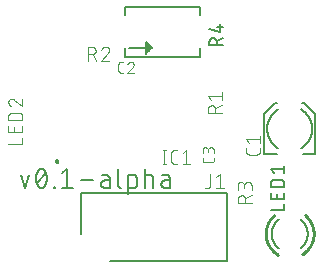
<source format=gbr>
G04 EAGLE Gerber X2 export*
%TF.Part,Single*%
%TF.FileFunction,Legend,Top,1*%
%TF.FilePolarity,Positive*%
%TF.GenerationSoftware,Autodesk,EAGLE,9.1.0*%
%TF.CreationDate,2018-08-16T10:41:46Z*%
G75*
%MOMM*%
%FSLAX34Y34*%
%LPD*%
%AMOC8*
5,1,8,0,0,1.08239X$1,22.5*%
G01*
%ADD10C,0.152400*%
%ADD11C,0.203200*%
%ADD12C,0.101600*%
%ADD13C,0.076200*%
%ADD14C,0.200000*%
%ADD15C,0.254000*%
%ADD16C,0.127000*%
%ADD17C,0.200000*%


D10*
X19812Y87799D02*
X23424Y76962D01*
X27037Y87799D01*
X32977Y85090D02*
X32981Y85410D01*
X32992Y85729D01*
X33011Y86049D01*
X33038Y86367D01*
X33072Y86685D01*
X33114Y87002D01*
X33164Y87318D01*
X33221Y87633D01*
X33285Y87946D01*
X33357Y88258D01*
X33436Y88568D01*
X33523Y88875D01*
X33617Y89181D01*
X33718Y89484D01*
X33827Y89785D01*
X33942Y90083D01*
X34065Y90379D01*
X34195Y90671D01*
X34332Y90960D01*
X34332Y90961D02*
X34371Y91069D01*
X34414Y91176D01*
X34460Y91281D01*
X34511Y91385D01*
X34564Y91487D01*
X34621Y91587D01*
X34682Y91685D01*
X34746Y91780D01*
X34813Y91874D01*
X34884Y91965D01*
X34957Y92054D01*
X35034Y92140D01*
X35113Y92223D01*
X35195Y92304D01*
X35280Y92382D01*
X35368Y92456D01*
X35458Y92528D01*
X35550Y92596D01*
X35645Y92662D01*
X35742Y92724D01*
X35841Y92782D01*
X35943Y92838D01*
X36045Y92889D01*
X36150Y92937D01*
X36256Y92982D01*
X36364Y93023D01*
X36473Y93060D01*
X36583Y93093D01*
X36695Y93122D01*
X36807Y93148D01*
X36920Y93170D01*
X37034Y93187D01*
X37148Y93201D01*
X37263Y93211D01*
X37378Y93217D01*
X37493Y93219D01*
X37493Y93218D02*
X37608Y93216D01*
X37723Y93210D01*
X37838Y93200D01*
X37952Y93186D01*
X38066Y93169D01*
X38179Y93147D01*
X38291Y93121D01*
X38403Y93092D01*
X38513Y93059D01*
X38622Y93022D01*
X38730Y92981D01*
X38836Y92936D01*
X38941Y92888D01*
X39043Y92837D01*
X39144Y92781D01*
X39244Y92723D01*
X39341Y92661D01*
X39435Y92596D01*
X39528Y92527D01*
X39618Y92455D01*
X39706Y92381D01*
X39791Y92303D01*
X39873Y92222D01*
X39952Y92139D01*
X40029Y92053D01*
X40102Y91964D01*
X40173Y91873D01*
X40240Y91779D01*
X40304Y91684D01*
X40365Y91586D01*
X40422Y91486D01*
X40475Y91384D01*
X40526Y91280D01*
X40572Y91175D01*
X40615Y91068D01*
X40654Y90960D01*
X40653Y90960D02*
X40790Y90671D01*
X40920Y90379D01*
X41043Y90083D01*
X41158Y89785D01*
X41267Y89484D01*
X41368Y89181D01*
X41462Y88875D01*
X41549Y88568D01*
X41628Y88258D01*
X41700Y87946D01*
X41764Y87633D01*
X41821Y87318D01*
X41871Y87002D01*
X41913Y86685D01*
X41947Y86367D01*
X41974Y86049D01*
X41993Y85729D01*
X42004Y85410D01*
X42008Y85090D01*
X32977Y85090D02*
X32981Y84770D01*
X32992Y84451D01*
X33011Y84131D01*
X33038Y83813D01*
X33072Y83495D01*
X33114Y83178D01*
X33164Y82862D01*
X33221Y82547D01*
X33285Y82234D01*
X33357Y81922D01*
X33436Y81612D01*
X33523Y81305D01*
X33617Y80999D01*
X33718Y80696D01*
X33827Y80395D01*
X33942Y80097D01*
X34065Y79801D01*
X34195Y79509D01*
X34332Y79220D01*
X34371Y79112D01*
X34414Y79005D01*
X34460Y78900D01*
X34511Y78796D01*
X34564Y78694D01*
X34621Y78594D01*
X34682Y78496D01*
X34746Y78401D01*
X34813Y78307D01*
X34884Y78216D01*
X34957Y78127D01*
X35034Y78041D01*
X35113Y77958D01*
X35195Y77877D01*
X35280Y77799D01*
X35368Y77725D01*
X35458Y77653D01*
X35551Y77584D01*
X35645Y77519D01*
X35742Y77457D01*
X35842Y77399D01*
X35943Y77343D01*
X36045Y77292D01*
X36150Y77244D01*
X36256Y77199D01*
X36364Y77158D01*
X36473Y77121D01*
X36583Y77088D01*
X36695Y77059D01*
X36807Y77033D01*
X36920Y77011D01*
X37034Y76994D01*
X37148Y76980D01*
X37263Y76970D01*
X37378Y76964D01*
X37493Y76962D01*
X40653Y79220D02*
X40790Y79509D01*
X40920Y79801D01*
X41043Y80097D01*
X41158Y80395D01*
X41267Y80696D01*
X41368Y80999D01*
X41462Y81305D01*
X41549Y81612D01*
X41628Y81922D01*
X41700Y82234D01*
X41764Y82547D01*
X41821Y82862D01*
X41871Y83178D01*
X41913Y83495D01*
X41947Y83813D01*
X41974Y84131D01*
X41993Y84451D01*
X42004Y84770D01*
X42008Y85090D01*
X40654Y79220D02*
X40615Y79112D01*
X40572Y79005D01*
X40526Y78900D01*
X40475Y78796D01*
X40422Y78694D01*
X40365Y78594D01*
X40304Y78496D01*
X40240Y78401D01*
X40173Y78307D01*
X40102Y78216D01*
X40029Y78127D01*
X39952Y78041D01*
X39873Y77958D01*
X39791Y77877D01*
X39706Y77799D01*
X39618Y77725D01*
X39528Y77653D01*
X39435Y77584D01*
X39341Y77519D01*
X39244Y77457D01*
X39144Y77399D01*
X39043Y77343D01*
X38940Y77292D01*
X38836Y77244D01*
X38730Y77199D01*
X38622Y77158D01*
X38513Y77121D01*
X38403Y77088D01*
X38291Y77059D01*
X38179Y77033D01*
X38066Y77011D01*
X37952Y76994D01*
X37838Y76980D01*
X37723Y76970D01*
X37608Y76964D01*
X37493Y76962D01*
X33880Y80574D02*
X41105Y89606D01*
X47983Y77865D02*
X47983Y76962D01*
X47983Y77865D02*
X48886Y77865D01*
X48886Y76962D01*
X47983Y76962D01*
X54861Y89606D02*
X59376Y93218D01*
X59376Y76962D01*
X54861Y76962D02*
X63892Y76962D01*
X70631Y83284D02*
X81468Y83284D01*
X91156Y83284D02*
X95220Y83284D01*
X91156Y83284D02*
X91044Y83282D01*
X90933Y83276D01*
X90822Y83266D01*
X90711Y83253D01*
X90601Y83235D01*
X90492Y83213D01*
X90383Y83188D01*
X90275Y83159D01*
X90169Y83126D01*
X90063Y83089D01*
X89959Y83049D01*
X89857Y83005D01*
X89756Y82957D01*
X89657Y82906D01*
X89559Y82851D01*
X89464Y82793D01*
X89371Y82732D01*
X89280Y82667D01*
X89191Y82599D01*
X89105Y82528D01*
X89022Y82455D01*
X88941Y82378D01*
X88862Y82298D01*
X88787Y82216D01*
X88715Y82131D01*
X88645Y82044D01*
X88579Y81954D01*
X88516Y81862D01*
X88456Y81767D01*
X88400Y81671D01*
X88347Y81573D01*
X88298Y81473D01*
X88252Y81371D01*
X88210Y81268D01*
X88171Y81163D01*
X88136Y81057D01*
X88105Y80950D01*
X88078Y80842D01*
X88054Y80733D01*
X88035Y80623D01*
X88019Y80513D01*
X88007Y80402D01*
X87999Y80290D01*
X87995Y80179D01*
X87995Y80067D01*
X87999Y79956D01*
X88007Y79844D01*
X88019Y79733D01*
X88035Y79623D01*
X88054Y79513D01*
X88078Y79404D01*
X88105Y79296D01*
X88136Y79189D01*
X88171Y79083D01*
X88210Y78978D01*
X88252Y78875D01*
X88298Y78773D01*
X88347Y78673D01*
X88400Y78575D01*
X88456Y78479D01*
X88516Y78384D01*
X88579Y78292D01*
X88645Y78202D01*
X88715Y78115D01*
X88787Y78030D01*
X88862Y77948D01*
X88941Y77868D01*
X89022Y77791D01*
X89105Y77718D01*
X89191Y77647D01*
X89280Y77579D01*
X89371Y77514D01*
X89464Y77453D01*
X89559Y77395D01*
X89657Y77340D01*
X89756Y77289D01*
X89857Y77241D01*
X89959Y77197D01*
X90063Y77157D01*
X90169Y77120D01*
X90275Y77087D01*
X90383Y77058D01*
X90492Y77033D01*
X90601Y77011D01*
X90711Y76993D01*
X90822Y76980D01*
X90933Y76970D01*
X91044Y76964D01*
X91156Y76962D01*
X95220Y76962D01*
X95220Y85090D01*
X95218Y85191D01*
X95212Y85292D01*
X95203Y85393D01*
X95190Y85494D01*
X95173Y85594D01*
X95152Y85693D01*
X95128Y85791D01*
X95100Y85888D01*
X95068Y85985D01*
X95033Y86080D01*
X94994Y86173D01*
X94952Y86265D01*
X94906Y86356D01*
X94857Y86445D01*
X94805Y86531D01*
X94749Y86616D01*
X94691Y86699D01*
X94629Y86779D01*
X94564Y86857D01*
X94497Y86933D01*
X94427Y87006D01*
X94354Y87076D01*
X94278Y87143D01*
X94200Y87208D01*
X94120Y87270D01*
X94037Y87328D01*
X93952Y87384D01*
X93866Y87436D01*
X93777Y87485D01*
X93686Y87531D01*
X93594Y87573D01*
X93501Y87612D01*
X93406Y87647D01*
X93309Y87679D01*
X93212Y87707D01*
X93114Y87731D01*
X93015Y87752D01*
X92915Y87769D01*
X92814Y87782D01*
X92713Y87791D01*
X92612Y87797D01*
X92511Y87799D01*
X88898Y87799D01*
X102373Y93218D02*
X102373Y79671D01*
X102374Y79671D02*
X102376Y79570D01*
X102382Y79469D01*
X102391Y79368D01*
X102404Y79267D01*
X102421Y79167D01*
X102442Y79068D01*
X102466Y78970D01*
X102494Y78873D01*
X102526Y78776D01*
X102561Y78681D01*
X102600Y78588D01*
X102642Y78496D01*
X102688Y78405D01*
X102737Y78317D01*
X102789Y78230D01*
X102845Y78145D01*
X102903Y78062D01*
X102965Y77982D01*
X103030Y77904D01*
X103097Y77828D01*
X103167Y77755D01*
X103240Y77685D01*
X103316Y77618D01*
X103394Y77553D01*
X103474Y77491D01*
X103557Y77433D01*
X103642Y77377D01*
X103729Y77325D01*
X103817Y77276D01*
X103908Y77230D01*
X104000Y77188D01*
X104093Y77149D01*
X104188Y77114D01*
X104285Y77082D01*
X104382Y77054D01*
X104480Y77030D01*
X104579Y77009D01*
X104679Y76992D01*
X104780Y76979D01*
X104881Y76970D01*
X104982Y76964D01*
X105083Y76962D01*
X111067Y71543D02*
X111067Y87799D01*
X115583Y87799D01*
X115687Y87797D01*
X115790Y87791D01*
X115894Y87781D01*
X115997Y87767D01*
X116099Y87749D01*
X116200Y87728D01*
X116301Y87702D01*
X116400Y87673D01*
X116499Y87640D01*
X116596Y87603D01*
X116691Y87562D01*
X116785Y87518D01*
X116877Y87470D01*
X116967Y87419D01*
X117056Y87364D01*
X117142Y87306D01*
X117225Y87244D01*
X117307Y87180D01*
X117385Y87112D01*
X117461Y87042D01*
X117535Y86969D01*
X117605Y86892D01*
X117673Y86814D01*
X117737Y86732D01*
X117799Y86649D01*
X117857Y86563D01*
X117912Y86474D01*
X117963Y86384D01*
X118011Y86292D01*
X118055Y86198D01*
X118096Y86103D01*
X118133Y86006D01*
X118166Y85907D01*
X118195Y85808D01*
X118221Y85707D01*
X118242Y85606D01*
X118260Y85504D01*
X118274Y85401D01*
X118284Y85297D01*
X118290Y85194D01*
X118292Y85090D01*
X118292Y79671D01*
X118290Y79570D01*
X118284Y79469D01*
X118275Y79368D01*
X118262Y79267D01*
X118245Y79167D01*
X118224Y79068D01*
X118200Y78970D01*
X118172Y78873D01*
X118140Y78776D01*
X118105Y78681D01*
X118066Y78588D01*
X118024Y78496D01*
X117978Y78405D01*
X117929Y78316D01*
X117877Y78230D01*
X117821Y78145D01*
X117763Y78062D01*
X117701Y77982D01*
X117636Y77904D01*
X117569Y77828D01*
X117499Y77755D01*
X117426Y77685D01*
X117350Y77618D01*
X117272Y77553D01*
X117192Y77491D01*
X117109Y77433D01*
X117024Y77377D01*
X116937Y77325D01*
X116849Y77276D01*
X116758Y77230D01*
X116666Y77188D01*
X116573Y77149D01*
X116478Y77114D01*
X116381Y77082D01*
X116284Y77054D01*
X116186Y77030D01*
X116087Y77009D01*
X115987Y76992D01*
X115886Y76979D01*
X115785Y76970D01*
X115684Y76964D01*
X115583Y76962D01*
X111067Y76962D01*
X125062Y76962D02*
X125062Y93218D01*
X125062Y87799D02*
X129578Y87799D01*
X129682Y87797D01*
X129785Y87791D01*
X129889Y87781D01*
X129992Y87767D01*
X130094Y87749D01*
X130195Y87728D01*
X130296Y87702D01*
X130395Y87673D01*
X130494Y87640D01*
X130591Y87603D01*
X130686Y87562D01*
X130780Y87518D01*
X130872Y87470D01*
X130962Y87419D01*
X131051Y87364D01*
X131137Y87306D01*
X131220Y87244D01*
X131302Y87180D01*
X131380Y87112D01*
X131456Y87042D01*
X131530Y86969D01*
X131600Y86892D01*
X131668Y86814D01*
X131732Y86732D01*
X131794Y86649D01*
X131852Y86563D01*
X131907Y86474D01*
X131958Y86384D01*
X132006Y86292D01*
X132050Y86198D01*
X132091Y86103D01*
X132128Y86006D01*
X132161Y85907D01*
X132190Y85808D01*
X132216Y85707D01*
X132237Y85606D01*
X132255Y85504D01*
X132269Y85401D01*
X132279Y85297D01*
X132285Y85194D01*
X132287Y85090D01*
X132287Y76962D01*
X142218Y83284D02*
X146282Y83284D01*
X142218Y83284D02*
X142106Y83282D01*
X141995Y83276D01*
X141884Y83266D01*
X141773Y83253D01*
X141663Y83235D01*
X141554Y83213D01*
X141445Y83188D01*
X141337Y83159D01*
X141231Y83126D01*
X141125Y83089D01*
X141021Y83049D01*
X140919Y83005D01*
X140818Y82957D01*
X140719Y82906D01*
X140621Y82851D01*
X140526Y82793D01*
X140433Y82732D01*
X140342Y82667D01*
X140253Y82599D01*
X140167Y82528D01*
X140084Y82455D01*
X140003Y82378D01*
X139924Y82298D01*
X139849Y82216D01*
X139777Y82131D01*
X139707Y82044D01*
X139641Y81954D01*
X139578Y81862D01*
X139518Y81767D01*
X139462Y81671D01*
X139409Y81573D01*
X139360Y81473D01*
X139314Y81371D01*
X139272Y81268D01*
X139233Y81163D01*
X139198Y81057D01*
X139167Y80950D01*
X139140Y80842D01*
X139116Y80733D01*
X139097Y80623D01*
X139081Y80513D01*
X139069Y80402D01*
X139061Y80290D01*
X139057Y80179D01*
X139057Y80067D01*
X139061Y79956D01*
X139069Y79844D01*
X139081Y79733D01*
X139097Y79623D01*
X139116Y79513D01*
X139140Y79404D01*
X139167Y79296D01*
X139198Y79189D01*
X139233Y79083D01*
X139272Y78978D01*
X139314Y78875D01*
X139360Y78773D01*
X139409Y78673D01*
X139462Y78575D01*
X139518Y78479D01*
X139578Y78384D01*
X139641Y78292D01*
X139707Y78202D01*
X139777Y78115D01*
X139849Y78030D01*
X139924Y77948D01*
X140003Y77868D01*
X140084Y77791D01*
X140167Y77718D01*
X140253Y77647D01*
X140342Y77579D01*
X140433Y77514D01*
X140526Y77453D01*
X140621Y77395D01*
X140719Y77340D01*
X140818Y77289D01*
X140919Y77241D01*
X141021Y77197D01*
X141125Y77157D01*
X141231Y77120D01*
X141337Y77087D01*
X141445Y77058D01*
X141554Y77033D01*
X141663Y77011D01*
X141773Y76993D01*
X141884Y76980D01*
X141995Y76970D01*
X142106Y76964D01*
X142218Y76962D01*
X146282Y76962D01*
X146282Y85090D01*
X146280Y85191D01*
X146274Y85292D01*
X146265Y85393D01*
X146252Y85494D01*
X146235Y85594D01*
X146214Y85693D01*
X146190Y85791D01*
X146162Y85888D01*
X146130Y85985D01*
X146095Y86080D01*
X146056Y86173D01*
X146014Y86265D01*
X145968Y86356D01*
X145919Y86445D01*
X145867Y86531D01*
X145811Y86616D01*
X145753Y86699D01*
X145691Y86779D01*
X145626Y86857D01*
X145559Y86933D01*
X145489Y87006D01*
X145416Y87076D01*
X145340Y87143D01*
X145262Y87208D01*
X145182Y87270D01*
X145099Y87328D01*
X145014Y87384D01*
X144928Y87436D01*
X144839Y87485D01*
X144748Y87531D01*
X144656Y87573D01*
X144563Y87612D01*
X144468Y87647D01*
X144371Y87679D01*
X144274Y87707D01*
X144176Y87731D01*
X144077Y87752D01*
X143977Y87769D01*
X143876Y87782D01*
X143775Y87791D01*
X143674Y87797D01*
X143573Y87799D01*
X139960Y87799D01*
D11*
X269150Y105500D02*
X269150Y139500D01*
X269150Y105500D02*
X258650Y105500D01*
X236650Y105500D02*
X226150Y105500D01*
X226150Y139500D01*
X235150Y148500D02*
X236650Y148500D01*
X258150Y148500D02*
X260150Y148500D01*
X269150Y139500D01*
X235150Y148500D02*
X226150Y139500D01*
X257150Y143500D02*
X257549Y143263D01*
X257943Y143017D01*
X258330Y142761D01*
X258711Y142496D01*
X259086Y142222D01*
X259453Y141939D01*
X259814Y141646D01*
X260168Y141346D01*
X260514Y141036D01*
X260852Y140718D01*
X261182Y140392D01*
X261505Y140059D01*
X261819Y139717D01*
X262125Y139368D01*
X262422Y139011D01*
X262711Y138647D01*
X262990Y138277D01*
X263260Y137899D01*
X263521Y137516D01*
X263773Y137126D01*
X264015Y136730D01*
X264248Y136328D01*
X264470Y135920D01*
X264682Y135508D01*
X264885Y135090D01*
X265077Y134667D01*
X265259Y134240D01*
X265430Y133809D01*
X265591Y133373D01*
X265741Y132934D01*
X265880Y132491D01*
X266008Y132045D01*
X266126Y131596D01*
X266232Y131144D01*
X266328Y130690D01*
X266412Y130234D01*
X266486Y129775D01*
X266548Y129315D01*
X266599Y128854D01*
X266638Y128391D01*
X266666Y127928D01*
X266683Y127464D01*
X266689Y127000D01*
X266683Y126536D01*
X266666Y126072D01*
X266638Y125609D01*
X266599Y125146D01*
X266548Y124685D01*
X266486Y124225D01*
X266412Y123766D01*
X266328Y123310D01*
X266232Y122856D01*
X266126Y122404D01*
X266008Y121955D01*
X265880Y121509D01*
X265741Y121066D01*
X265591Y120627D01*
X265430Y120191D01*
X265259Y119760D01*
X265077Y119333D01*
X264885Y118910D01*
X264682Y118492D01*
X264470Y118080D01*
X264248Y117672D01*
X264015Y117270D01*
X263773Y116874D01*
X263521Y116484D01*
X263260Y116101D01*
X262990Y115723D01*
X262711Y115353D01*
X262422Y114989D01*
X262125Y114632D01*
X261819Y114283D01*
X261505Y113941D01*
X261182Y113608D01*
X260852Y113282D01*
X260514Y112964D01*
X260168Y112654D01*
X259814Y112354D01*
X259453Y112061D01*
X259086Y111778D01*
X258711Y111504D01*
X258330Y111239D01*
X257943Y110983D01*
X257549Y110737D01*
X257150Y110500D01*
X238150Y110500D02*
X237751Y110737D01*
X237357Y110983D01*
X236970Y111239D01*
X236589Y111504D01*
X236214Y111778D01*
X235847Y112061D01*
X235486Y112354D01*
X235132Y112654D01*
X234786Y112964D01*
X234448Y113282D01*
X234118Y113608D01*
X233795Y113941D01*
X233481Y114283D01*
X233175Y114632D01*
X232878Y114989D01*
X232589Y115353D01*
X232310Y115723D01*
X232040Y116101D01*
X231779Y116484D01*
X231527Y116874D01*
X231285Y117270D01*
X231052Y117672D01*
X230830Y118080D01*
X230618Y118492D01*
X230415Y118910D01*
X230223Y119333D01*
X230041Y119760D01*
X229870Y120191D01*
X229709Y120627D01*
X229559Y121066D01*
X229420Y121509D01*
X229292Y121955D01*
X229174Y122404D01*
X229068Y122856D01*
X228972Y123310D01*
X228888Y123766D01*
X228814Y124225D01*
X228752Y124685D01*
X228701Y125146D01*
X228662Y125609D01*
X228634Y126072D01*
X228617Y126536D01*
X228611Y127000D01*
X228617Y127464D01*
X228634Y127928D01*
X228662Y128391D01*
X228701Y128854D01*
X228752Y129315D01*
X228814Y129775D01*
X228888Y130234D01*
X228972Y130690D01*
X229068Y131144D01*
X229174Y131596D01*
X229292Y132045D01*
X229420Y132491D01*
X229559Y132934D01*
X229709Y133373D01*
X229870Y133809D01*
X230041Y134240D01*
X230223Y134667D01*
X230415Y135090D01*
X230618Y135508D01*
X230830Y135920D01*
X231052Y136328D01*
X231285Y136730D01*
X231527Y137126D01*
X231779Y137516D01*
X232040Y137899D01*
X232310Y138277D01*
X232589Y138647D01*
X232878Y139011D01*
X233175Y139368D01*
X233481Y139717D01*
X233795Y140059D01*
X234118Y140392D01*
X234448Y140718D01*
X234786Y141036D01*
X235132Y141346D01*
X235486Y141646D01*
X235847Y141939D01*
X236214Y142222D01*
X236589Y142496D01*
X236970Y142761D01*
X237357Y143017D01*
X237751Y143263D01*
X238150Y143500D01*
D12*
X222342Y110301D02*
X222342Y107704D01*
X222340Y107605D01*
X222334Y107505D01*
X222325Y107406D01*
X222312Y107308D01*
X222295Y107210D01*
X222274Y107112D01*
X222249Y107016D01*
X222221Y106921D01*
X222189Y106827D01*
X222154Y106734D01*
X222115Y106642D01*
X222072Y106552D01*
X222027Y106464D01*
X221977Y106377D01*
X221925Y106293D01*
X221869Y106210D01*
X221811Y106130D01*
X221749Y106052D01*
X221684Y105977D01*
X221616Y105904D01*
X221546Y105834D01*
X221473Y105766D01*
X221398Y105701D01*
X221320Y105639D01*
X221240Y105581D01*
X221157Y105525D01*
X221073Y105473D01*
X220986Y105423D01*
X220898Y105378D01*
X220808Y105335D01*
X220716Y105296D01*
X220623Y105261D01*
X220529Y105229D01*
X220434Y105201D01*
X220338Y105176D01*
X220240Y105155D01*
X220142Y105138D01*
X220044Y105125D01*
X219945Y105116D01*
X219845Y105110D01*
X219746Y105108D01*
X213254Y105108D01*
X213155Y105110D01*
X213055Y105116D01*
X212956Y105125D01*
X212858Y105138D01*
X212760Y105156D01*
X212662Y105176D01*
X212566Y105201D01*
X212470Y105229D01*
X212376Y105261D01*
X212283Y105296D01*
X212192Y105335D01*
X212102Y105378D01*
X212013Y105423D01*
X211927Y105473D01*
X211842Y105525D01*
X211760Y105581D01*
X211680Y105640D01*
X211602Y105701D01*
X211526Y105766D01*
X211453Y105834D01*
X211383Y105904D01*
X211315Y105977D01*
X211250Y106053D01*
X211189Y106131D01*
X211130Y106211D01*
X211074Y106293D01*
X211022Y106378D01*
X210973Y106464D01*
X210927Y106553D01*
X210884Y106643D01*
X210845Y106734D01*
X210810Y106827D01*
X210778Y106921D01*
X210750Y107017D01*
X210725Y107113D01*
X210705Y107211D01*
X210687Y107309D01*
X210674Y107407D01*
X210665Y107506D01*
X210659Y107605D01*
X210657Y107705D01*
X210658Y107704D02*
X210658Y110301D01*
X213254Y114666D02*
X210658Y117912D01*
X222342Y117912D01*
X222342Y121157D02*
X222342Y114666D01*
D13*
X106879Y174221D02*
X104791Y174221D01*
X104702Y174223D01*
X104614Y174229D01*
X104526Y174238D01*
X104438Y174251D01*
X104351Y174268D01*
X104265Y174288D01*
X104180Y174313D01*
X104095Y174340D01*
X104012Y174372D01*
X103931Y174406D01*
X103851Y174445D01*
X103773Y174486D01*
X103696Y174531D01*
X103622Y174579D01*
X103549Y174630D01*
X103479Y174684D01*
X103412Y174742D01*
X103346Y174802D01*
X103284Y174864D01*
X103224Y174930D01*
X103166Y174997D01*
X103112Y175067D01*
X103061Y175140D01*
X103013Y175214D01*
X102968Y175291D01*
X102927Y175369D01*
X102888Y175449D01*
X102854Y175530D01*
X102822Y175613D01*
X102795Y175698D01*
X102770Y175783D01*
X102750Y175869D01*
X102733Y175956D01*
X102720Y176044D01*
X102711Y176132D01*
X102705Y176220D01*
X102703Y176309D01*
X102702Y176309D02*
X102702Y181531D01*
X102703Y181531D02*
X102705Y181622D01*
X102711Y181713D01*
X102721Y181804D01*
X102735Y181894D01*
X102752Y181983D01*
X102774Y182071D01*
X102800Y182159D01*
X102829Y182245D01*
X102862Y182330D01*
X102899Y182413D01*
X102939Y182495D01*
X102983Y182575D01*
X103030Y182653D01*
X103081Y182729D01*
X103134Y182802D01*
X103191Y182873D01*
X103252Y182942D01*
X103315Y183007D01*
X103380Y183070D01*
X103449Y183130D01*
X103520Y183188D01*
X103593Y183241D01*
X103669Y183292D01*
X103747Y183339D01*
X103827Y183383D01*
X103909Y183423D01*
X103992Y183460D01*
X104077Y183493D01*
X104163Y183522D01*
X104251Y183548D01*
X104339Y183570D01*
X104428Y183587D01*
X104518Y183601D01*
X104609Y183611D01*
X104700Y183617D01*
X104791Y183619D01*
X106879Y183619D01*
X113220Y183620D02*
X113315Y183618D01*
X113409Y183612D01*
X113503Y183603D01*
X113597Y183590D01*
X113690Y183573D01*
X113782Y183552D01*
X113874Y183527D01*
X113964Y183499D01*
X114053Y183467D01*
X114141Y183432D01*
X114227Y183393D01*
X114312Y183351D01*
X114395Y183305D01*
X114476Y183256D01*
X114555Y183204D01*
X114632Y183149D01*
X114706Y183090D01*
X114778Y183029D01*
X114848Y182965D01*
X114915Y182898D01*
X114979Y182828D01*
X115040Y182756D01*
X115099Y182682D01*
X115154Y182605D01*
X115206Y182526D01*
X115255Y182445D01*
X115301Y182362D01*
X115343Y182277D01*
X115382Y182191D01*
X115417Y182103D01*
X115449Y182014D01*
X115477Y181924D01*
X115502Y181832D01*
X115523Y181740D01*
X115540Y181647D01*
X115553Y181553D01*
X115562Y181459D01*
X115568Y181365D01*
X115570Y181270D01*
X113220Y183619D02*
X113112Y183617D01*
X113003Y183611D01*
X112895Y183601D01*
X112788Y183588D01*
X112681Y183570D01*
X112574Y183549D01*
X112469Y183524D01*
X112364Y183495D01*
X112261Y183463D01*
X112159Y183426D01*
X112058Y183386D01*
X111959Y183343D01*
X111861Y183296D01*
X111765Y183245D01*
X111671Y183191D01*
X111579Y183134D01*
X111489Y183073D01*
X111401Y183009D01*
X111316Y182943D01*
X111233Y182873D01*
X111153Y182800D01*
X111075Y182724D01*
X111000Y182646D01*
X110928Y182565D01*
X110859Y182481D01*
X110793Y182395D01*
X110730Y182307D01*
X110671Y182216D01*
X110614Y182124D01*
X110561Y182029D01*
X110512Y181933D01*
X110466Y181834D01*
X110423Y181735D01*
X110384Y181633D01*
X110349Y181531D01*
X114786Y179442D02*
X114855Y179511D01*
X114921Y179582D01*
X114985Y179655D01*
X115046Y179731D01*
X115104Y179810D01*
X115158Y179890D01*
X115210Y179973D01*
X115258Y180057D01*
X115304Y180143D01*
X115345Y180231D01*
X115384Y180321D01*
X115419Y180412D01*
X115450Y180504D01*
X115478Y180597D01*
X115502Y180691D01*
X115522Y180786D01*
X115539Y180882D01*
X115552Y180979D01*
X115561Y181076D01*
X115567Y181173D01*
X115569Y181270D01*
X114786Y179442D02*
X110348Y174221D01*
X115569Y174221D01*
X183629Y102529D02*
X183629Y100441D01*
X183627Y100352D01*
X183621Y100264D01*
X183612Y100176D01*
X183599Y100088D01*
X183582Y100001D01*
X183562Y99915D01*
X183537Y99830D01*
X183510Y99745D01*
X183478Y99662D01*
X183444Y99581D01*
X183405Y99501D01*
X183364Y99423D01*
X183319Y99346D01*
X183271Y99272D01*
X183220Y99199D01*
X183166Y99129D01*
X183108Y99062D01*
X183048Y98996D01*
X182986Y98934D01*
X182920Y98874D01*
X182853Y98816D01*
X182783Y98762D01*
X182710Y98711D01*
X182636Y98663D01*
X182559Y98618D01*
X182481Y98577D01*
X182401Y98538D01*
X182320Y98504D01*
X182237Y98472D01*
X182152Y98445D01*
X182067Y98420D01*
X181981Y98400D01*
X181894Y98383D01*
X181806Y98370D01*
X181718Y98361D01*
X181630Y98355D01*
X181541Y98353D01*
X181541Y98352D02*
X176319Y98352D01*
X176228Y98354D01*
X176137Y98360D01*
X176046Y98370D01*
X175956Y98384D01*
X175867Y98402D01*
X175778Y98423D01*
X175691Y98449D01*
X175605Y98478D01*
X175520Y98511D01*
X175436Y98548D01*
X175354Y98588D01*
X175275Y98632D01*
X175197Y98679D01*
X175121Y98730D01*
X175047Y98784D01*
X174976Y98841D01*
X174908Y98901D01*
X174842Y98964D01*
X174779Y99030D01*
X174719Y99098D01*
X174662Y99169D01*
X174608Y99243D01*
X174557Y99319D01*
X174510Y99396D01*
X174466Y99476D01*
X174426Y99558D01*
X174389Y99642D01*
X174356Y99726D01*
X174327Y99813D01*
X174301Y99900D01*
X174280Y99989D01*
X174262Y100078D01*
X174248Y100168D01*
X174238Y100259D01*
X174232Y100350D01*
X174230Y100441D01*
X174231Y100441D02*
X174231Y102529D01*
X183629Y105998D02*
X183629Y108608D01*
X183627Y108709D01*
X183621Y108810D01*
X183611Y108911D01*
X183598Y109011D01*
X183580Y109111D01*
X183559Y109210D01*
X183533Y109308D01*
X183504Y109405D01*
X183472Y109501D01*
X183435Y109595D01*
X183395Y109688D01*
X183351Y109780D01*
X183304Y109869D01*
X183253Y109957D01*
X183199Y110043D01*
X183142Y110126D01*
X183082Y110208D01*
X183018Y110286D01*
X182952Y110363D01*
X182882Y110436D01*
X182810Y110507D01*
X182735Y110575D01*
X182657Y110640D01*
X182577Y110702D01*
X182495Y110761D01*
X182410Y110817D01*
X182324Y110869D01*
X182235Y110918D01*
X182144Y110964D01*
X182052Y111005D01*
X181958Y111044D01*
X181863Y111078D01*
X181767Y111109D01*
X181669Y111136D01*
X181571Y111160D01*
X181471Y111179D01*
X181371Y111195D01*
X181271Y111207D01*
X181170Y111215D01*
X181069Y111219D01*
X180967Y111219D01*
X180866Y111215D01*
X180765Y111207D01*
X180665Y111195D01*
X180565Y111179D01*
X180465Y111160D01*
X180367Y111136D01*
X180269Y111109D01*
X180173Y111078D01*
X180078Y111044D01*
X179984Y111005D01*
X179892Y110964D01*
X179801Y110918D01*
X179713Y110869D01*
X179626Y110817D01*
X179541Y110761D01*
X179459Y110702D01*
X179379Y110640D01*
X179301Y110575D01*
X179226Y110507D01*
X179154Y110436D01*
X179084Y110363D01*
X179018Y110286D01*
X178954Y110208D01*
X178894Y110126D01*
X178837Y110043D01*
X178783Y109957D01*
X178732Y109869D01*
X178685Y109780D01*
X178641Y109688D01*
X178601Y109595D01*
X178564Y109501D01*
X178532Y109405D01*
X178503Y109308D01*
X178477Y109210D01*
X178456Y109111D01*
X178438Y109011D01*
X178425Y108911D01*
X178415Y108810D01*
X178409Y108709D01*
X178407Y108608D01*
X174231Y109131D02*
X174231Y105998D01*
X174231Y109131D02*
X174233Y109221D01*
X174239Y109310D01*
X174248Y109400D01*
X174262Y109489D01*
X174279Y109577D01*
X174300Y109664D01*
X174325Y109751D01*
X174354Y109836D01*
X174386Y109920D01*
X174421Y110002D01*
X174461Y110083D01*
X174503Y110162D01*
X174549Y110239D01*
X174599Y110314D01*
X174651Y110387D01*
X174707Y110458D01*
X174765Y110526D01*
X174827Y110591D01*
X174891Y110654D01*
X174958Y110714D01*
X175027Y110771D01*
X175099Y110825D01*
X175173Y110876D01*
X175249Y110924D01*
X175327Y110968D01*
X175407Y111009D01*
X175489Y111047D01*
X175572Y111081D01*
X175657Y111111D01*
X175743Y111138D01*
X175829Y111161D01*
X175917Y111180D01*
X176006Y111195D01*
X176095Y111207D01*
X176184Y111215D01*
X176274Y111219D01*
X176364Y111219D01*
X176454Y111215D01*
X176543Y111207D01*
X176632Y111195D01*
X176721Y111180D01*
X176809Y111161D01*
X176895Y111138D01*
X176981Y111111D01*
X177066Y111081D01*
X177149Y111047D01*
X177231Y111009D01*
X177311Y110968D01*
X177389Y110924D01*
X177465Y110876D01*
X177539Y110825D01*
X177611Y110771D01*
X177680Y110714D01*
X177747Y110654D01*
X177811Y110591D01*
X177873Y110526D01*
X177931Y110458D01*
X177987Y110387D01*
X178039Y110314D01*
X178089Y110239D01*
X178135Y110162D01*
X178177Y110083D01*
X178217Y110002D01*
X178252Y109920D01*
X178284Y109836D01*
X178313Y109751D01*
X178338Y109664D01*
X178359Y109577D01*
X178376Y109489D01*
X178390Y109400D01*
X178399Y109310D01*
X178405Y109221D01*
X178407Y109131D01*
X178408Y109131D02*
X178408Y107042D01*
D12*
X141506Y108712D02*
X141506Y97028D01*
X140208Y97028D02*
X142804Y97028D01*
X142804Y108712D02*
X140208Y108712D01*
X149968Y97028D02*
X152564Y97028D01*
X149968Y97028D02*
X149869Y97030D01*
X149769Y97036D01*
X149670Y97045D01*
X149572Y97058D01*
X149474Y97075D01*
X149376Y97096D01*
X149280Y97121D01*
X149185Y97149D01*
X149091Y97181D01*
X148998Y97216D01*
X148906Y97255D01*
X148816Y97298D01*
X148728Y97343D01*
X148641Y97393D01*
X148557Y97445D01*
X148474Y97501D01*
X148394Y97559D01*
X148316Y97621D01*
X148241Y97686D01*
X148168Y97754D01*
X148098Y97824D01*
X148030Y97897D01*
X147965Y97972D01*
X147903Y98050D01*
X147845Y98130D01*
X147789Y98213D01*
X147737Y98297D01*
X147687Y98384D01*
X147642Y98472D01*
X147599Y98562D01*
X147560Y98654D01*
X147525Y98747D01*
X147493Y98841D01*
X147465Y98936D01*
X147440Y99032D01*
X147419Y99130D01*
X147402Y99228D01*
X147389Y99326D01*
X147380Y99425D01*
X147374Y99525D01*
X147372Y99624D01*
X147371Y99624D02*
X147371Y106116D01*
X147372Y106116D02*
X147374Y106215D01*
X147380Y106315D01*
X147389Y106414D01*
X147402Y106512D01*
X147419Y106610D01*
X147440Y106708D01*
X147465Y106804D01*
X147493Y106899D01*
X147525Y106993D01*
X147560Y107086D01*
X147599Y107178D01*
X147642Y107268D01*
X147687Y107356D01*
X147737Y107443D01*
X147789Y107527D01*
X147845Y107610D01*
X147903Y107690D01*
X147965Y107768D01*
X148030Y107843D01*
X148098Y107916D01*
X148168Y107986D01*
X148241Y108054D01*
X148316Y108119D01*
X148394Y108181D01*
X148474Y108239D01*
X148557Y108295D01*
X148641Y108347D01*
X148728Y108397D01*
X148816Y108442D01*
X148906Y108485D01*
X148998Y108524D01*
X149090Y108559D01*
X149185Y108591D01*
X149280Y108619D01*
X149376Y108644D01*
X149474Y108665D01*
X149572Y108682D01*
X149670Y108695D01*
X149769Y108704D01*
X149869Y108710D01*
X149968Y108712D01*
X152564Y108712D01*
X156930Y106116D02*
X160175Y108712D01*
X160175Y97028D01*
X156930Y97028D02*
X163421Y97028D01*
D14*
X194750Y14600D02*
X95250Y14600D01*
X194750Y14600D02*
X194750Y72100D01*
X70750Y72100D01*
X70750Y38100D01*
D12*
X180215Y79304D02*
X180215Y88392D01*
X180215Y79304D02*
X180213Y79205D01*
X180207Y79105D01*
X180198Y79006D01*
X180185Y78908D01*
X180168Y78810D01*
X180147Y78712D01*
X180122Y78616D01*
X180094Y78521D01*
X180062Y78427D01*
X180027Y78334D01*
X179988Y78242D01*
X179945Y78152D01*
X179900Y78064D01*
X179850Y77977D01*
X179798Y77893D01*
X179742Y77810D01*
X179684Y77730D01*
X179622Y77652D01*
X179557Y77577D01*
X179489Y77504D01*
X179419Y77434D01*
X179346Y77366D01*
X179271Y77301D01*
X179193Y77239D01*
X179113Y77181D01*
X179030Y77125D01*
X178946Y77073D01*
X178859Y77023D01*
X178771Y76978D01*
X178681Y76935D01*
X178589Y76896D01*
X178496Y76861D01*
X178402Y76829D01*
X178307Y76801D01*
X178211Y76776D01*
X178113Y76755D01*
X178015Y76738D01*
X177917Y76725D01*
X177818Y76716D01*
X177718Y76710D01*
X177619Y76708D01*
X176320Y76708D01*
X185489Y85796D02*
X188734Y88392D01*
X188734Y76708D01*
X185489Y76708D02*
X191980Y76708D01*
D10*
X238792Y50501D02*
X238492Y50282D01*
X238198Y50055D01*
X237910Y49821D01*
X237627Y49580D01*
X237350Y49333D01*
X237079Y49078D01*
X236815Y48817D01*
X236557Y48550D01*
X236306Y48277D01*
X236061Y47997D01*
X235823Y47712D01*
X235593Y47421D01*
X235369Y47124D01*
X235153Y46822D01*
X234944Y46515D01*
X234743Y46203D01*
X234549Y45886D01*
X234363Y45564D01*
X234185Y45238D01*
X234015Y44908D01*
X233853Y44574D01*
X233700Y44236D01*
X233554Y43894D01*
X233417Y43549D01*
X233289Y43200D01*
X233169Y42849D01*
X233057Y42494D01*
X232955Y42137D01*
X232860Y41778D01*
X232775Y41417D01*
X232699Y41053D01*
X232631Y40688D01*
X232573Y40321D01*
X232523Y39953D01*
X232482Y39584D01*
X232451Y39214D01*
X232428Y38843D01*
X232415Y38472D01*
X232410Y38100D01*
X232415Y37728D01*
X232428Y37357D01*
X232451Y36985D01*
X232483Y36615D01*
X232523Y36245D01*
X232573Y35877D01*
X232632Y35509D01*
X232699Y35144D01*
X232776Y34780D01*
X232862Y34418D01*
X232956Y34058D01*
X233059Y33701D01*
X233170Y33346D01*
X233291Y32994D01*
X233420Y32645D01*
X233557Y32300D01*
X233703Y31958D01*
X233857Y31619D01*
X234019Y31284D01*
X234189Y30954D01*
X234368Y30628D01*
X234554Y30306D01*
X234748Y29988D01*
X234950Y29676D01*
X235159Y29369D01*
X235376Y29067D01*
X235600Y28770D01*
X235831Y28478D01*
X236069Y28193D01*
X236315Y27913D01*
X236567Y27640D01*
X236825Y27372D01*
X237090Y27112D01*
X237361Y26857D01*
X237639Y26609D01*
X237922Y26369D01*
X238211Y26135D01*
X238506Y25908D01*
X262890Y38100D02*
X262886Y38465D01*
X262873Y38830D01*
X262851Y39194D01*
X262820Y39557D01*
X262781Y39920D01*
X262733Y40282D01*
X262676Y40642D01*
X262611Y41001D01*
X262538Y41359D01*
X262455Y41714D01*
X262365Y42067D01*
X262265Y42419D01*
X262158Y42767D01*
X262042Y43113D01*
X261918Y43456D01*
X261785Y43796D01*
X261645Y44133D01*
X261497Y44466D01*
X261340Y44796D01*
X261176Y45122D01*
X261004Y45444D01*
X260824Y45761D01*
X260637Y46074D01*
X260443Y46383D01*
X260241Y46687D01*
X260031Y46986D01*
X259815Y47280D01*
X259592Y47568D01*
X259362Y47851D01*
X259125Y48129D01*
X258882Y48401D01*
X258632Y48667D01*
X258376Y48927D01*
X258113Y49180D01*
X257845Y49428D01*
X257571Y49668D01*
X257291Y49903D01*
X257006Y50130D01*
X262890Y38100D02*
X262886Y37735D01*
X262873Y37370D01*
X262851Y37006D01*
X262820Y36643D01*
X262781Y36280D01*
X262733Y35918D01*
X262676Y35558D01*
X262611Y35199D01*
X262538Y34841D01*
X262455Y34486D01*
X262365Y34133D01*
X262265Y33781D01*
X262158Y33433D01*
X262042Y33087D01*
X261918Y32744D01*
X261785Y32404D01*
X261645Y32067D01*
X261497Y31734D01*
X261340Y31404D01*
X261176Y31078D01*
X261004Y30756D01*
X260824Y30439D01*
X260637Y30126D01*
X260443Y29817D01*
X260241Y29513D01*
X260031Y29214D01*
X259815Y28920D01*
X259592Y28632D01*
X259362Y28349D01*
X259125Y28071D01*
X258882Y27799D01*
X258632Y27533D01*
X258376Y27273D01*
X258113Y27020D01*
X257845Y26772D01*
X257571Y26532D01*
X257291Y26297D01*
X257006Y26070D01*
D15*
X227330Y38100D02*
X227336Y38594D01*
X227354Y39088D01*
X227384Y39582D01*
X227426Y40075D01*
X227480Y40566D01*
X227546Y41056D01*
X227624Y41544D01*
X227714Y42031D01*
X227815Y42515D01*
X227929Y42996D01*
X228054Y43474D01*
X228190Y43950D01*
X228338Y44421D01*
X228498Y44889D01*
X228669Y45353D01*
X228851Y45813D01*
X229044Y46268D01*
X229248Y46719D01*
X229463Y47164D01*
X229689Y47604D01*
X229926Y48038D01*
X230173Y48466D01*
X230430Y48888D01*
X230698Y49304D01*
X230976Y49713D01*
X231263Y50115D01*
X231560Y50511D01*
X231867Y50898D01*
X232183Y51279D01*
X232508Y51651D01*
X232843Y52016D01*
X233186Y52372D01*
X233537Y52719D01*
X233897Y53059D01*
X234265Y53389D01*
X234641Y53710D01*
X227330Y38100D02*
X227336Y37612D01*
X227353Y37125D01*
X227383Y36638D01*
X227424Y36151D01*
X227476Y35666D01*
X227541Y35182D01*
X227617Y34700D01*
X227704Y34220D01*
X227803Y33742D01*
X227913Y33267D01*
X228035Y32794D01*
X228168Y32325D01*
X228313Y31858D01*
X228468Y31396D01*
X228635Y30937D01*
X228812Y30482D01*
X229001Y30032D01*
X229200Y29587D01*
X229410Y29146D01*
X229630Y28710D01*
X229861Y28280D01*
X230102Y27856D01*
X230353Y27438D01*
X230614Y27025D01*
X230885Y26619D01*
X231165Y26220D01*
X231455Y25827D01*
X231755Y25442D01*
X232064Y25064D01*
X232381Y24693D01*
X232708Y24331D01*
X233043Y23976D01*
X233386Y23629D01*
X233738Y23291D01*
X234097Y22961D01*
X234465Y22640D01*
X234840Y22327D01*
X235223Y22024D01*
X235612Y21730D01*
X236009Y21446D01*
X236412Y21171D01*
X236822Y20906D01*
X237238Y20651D01*
X237660Y20406D01*
X238088Y20171D01*
X267970Y38100D02*
X267964Y38590D01*
X267946Y39080D01*
X267917Y39569D01*
X267875Y40058D01*
X267822Y40545D01*
X267758Y41031D01*
X267681Y41515D01*
X267593Y41997D01*
X267493Y42477D01*
X267382Y42955D01*
X267259Y43429D01*
X267124Y43901D01*
X266979Y44369D01*
X266822Y44833D01*
X266654Y45294D01*
X266475Y45750D01*
X266285Y46202D01*
X266084Y46649D01*
X265872Y47091D01*
X265650Y47528D01*
X265418Y47960D01*
X265175Y48386D01*
X264921Y48805D01*
X264658Y49219D01*
X264385Y49626D01*
X264102Y50026D01*
X263809Y50420D01*
X263508Y50806D01*
X263196Y51185D01*
X262876Y51556D01*
X262547Y51919D01*
X262210Y52275D01*
X261863Y52622D01*
X261509Y52960D01*
X261146Y53290D01*
X260776Y53612D01*
X267970Y38100D02*
X267964Y37603D01*
X267946Y37106D01*
X267915Y36610D01*
X267873Y36115D01*
X267818Y35621D01*
X267752Y35128D01*
X267673Y34638D01*
X267582Y34149D01*
X267480Y33663D01*
X267365Y33179D01*
X267239Y32699D01*
X267101Y32221D01*
X266952Y31747D01*
X266791Y31277D01*
X266618Y30811D01*
X266434Y30349D01*
X266239Y29892D01*
X266033Y29440D01*
X265816Y28993D01*
X265587Y28552D01*
X265349Y28116D01*
X265099Y27686D01*
X264839Y27263D01*
X264569Y26845D01*
X264289Y26435D01*
X263999Y26032D01*
X263699Y25635D01*
X263389Y25247D01*
X263070Y24866D01*
X262742Y24493D01*
X262405Y24128D01*
X262059Y23771D01*
X261704Y23423D01*
X261341Y23084D01*
X260970Y22753D01*
X260590Y22432D01*
X260203Y22120D01*
X259809Y21818D01*
X259407Y21526D01*
X258998Y21243D01*
X258583Y20971D01*
X258160Y20708D01*
X257732Y20457D01*
D16*
X243205Y57785D02*
X231775Y57785D01*
X243205Y57785D02*
X243205Y62865D01*
X243205Y67691D02*
X243205Y72771D01*
X243205Y67691D02*
X231775Y67691D01*
X231775Y72771D01*
X236855Y71501D02*
X236855Y67691D01*
X231775Y77572D02*
X243205Y77572D01*
X231775Y77572D02*
X231775Y80747D01*
X231777Y80858D01*
X231783Y80968D01*
X231792Y81079D01*
X231806Y81189D01*
X231823Y81298D01*
X231844Y81407D01*
X231869Y81515D01*
X231898Y81622D01*
X231930Y81728D01*
X231966Y81833D01*
X232006Y81936D01*
X232049Y82038D01*
X232096Y82139D01*
X232147Y82238D01*
X232200Y82335D01*
X232257Y82429D01*
X232318Y82522D01*
X232381Y82613D01*
X232448Y82702D01*
X232518Y82788D01*
X232591Y82871D01*
X232666Y82953D01*
X232744Y83031D01*
X232826Y83106D01*
X232909Y83179D01*
X232995Y83249D01*
X233084Y83316D01*
X233175Y83379D01*
X233268Y83440D01*
X233363Y83497D01*
X233459Y83550D01*
X233558Y83601D01*
X233659Y83648D01*
X233761Y83691D01*
X233864Y83731D01*
X233969Y83767D01*
X234075Y83799D01*
X234182Y83828D01*
X234290Y83853D01*
X234399Y83874D01*
X234508Y83891D01*
X234618Y83905D01*
X234729Y83914D01*
X234839Y83920D01*
X234950Y83922D01*
X240030Y83922D01*
X240141Y83920D01*
X240251Y83914D01*
X240362Y83905D01*
X240472Y83891D01*
X240581Y83874D01*
X240690Y83853D01*
X240798Y83828D01*
X240905Y83799D01*
X241011Y83767D01*
X241116Y83731D01*
X241219Y83691D01*
X241321Y83648D01*
X241422Y83601D01*
X241521Y83550D01*
X241618Y83497D01*
X241712Y83440D01*
X241805Y83379D01*
X241896Y83316D01*
X241985Y83249D01*
X242071Y83179D01*
X242154Y83106D01*
X242236Y83031D01*
X242314Y82953D01*
X242389Y82871D01*
X242462Y82788D01*
X242532Y82702D01*
X242599Y82613D01*
X242662Y82522D01*
X242723Y82429D01*
X242780Y82335D01*
X242833Y82238D01*
X242884Y82139D01*
X242931Y82038D01*
X242974Y81936D01*
X243014Y81833D01*
X243050Y81728D01*
X243082Y81622D01*
X243111Y81515D01*
X243136Y81407D01*
X243157Y81298D01*
X243174Y81189D01*
X243188Y81079D01*
X243197Y80968D01*
X243203Y80858D01*
X243205Y80747D01*
X243205Y77572D01*
X234315Y89383D02*
X231775Y92558D01*
X243205Y92558D01*
X243205Y89383D02*
X243205Y95733D01*
D17*
X49800Y99250D03*
D14*
X49802Y99312D01*
X49808Y99373D01*
X49817Y99434D01*
X49830Y99494D01*
X49847Y99553D01*
X49868Y99611D01*
X49892Y99668D01*
X49919Y99723D01*
X49950Y99776D01*
X49984Y99828D01*
X50021Y99877D01*
X50061Y99924D01*
X50104Y99968D01*
X50149Y100009D01*
X50197Y100048D01*
X50248Y100084D01*
X50300Y100116D01*
X50354Y100145D01*
X50410Y100171D01*
X50468Y100193D01*
X50526Y100212D01*
X50586Y100227D01*
X50647Y100238D01*
X50708Y100246D01*
X50769Y100250D01*
X50831Y100250D01*
X50892Y100246D01*
X50953Y100238D01*
X51014Y100227D01*
X51074Y100212D01*
X51132Y100193D01*
X51190Y100171D01*
X51246Y100145D01*
X51300Y100116D01*
X51352Y100084D01*
X51403Y100048D01*
X51451Y100009D01*
X51496Y99968D01*
X51539Y99924D01*
X51579Y99877D01*
X51616Y99828D01*
X51650Y99776D01*
X51681Y99723D01*
X51708Y99668D01*
X51732Y99611D01*
X51753Y99553D01*
X51770Y99494D01*
X51783Y99434D01*
X51792Y99373D01*
X51798Y99312D01*
X51800Y99250D01*
D17*
X51800Y99250D03*
D14*
X51798Y99188D01*
X51792Y99127D01*
X51783Y99066D01*
X51770Y99006D01*
X51753Y98947D01*
X51732Y98889D01*
X51708Y98832D01*
X51681Y98777D01*
X51650Y98724D01*
X51616Y98672D01*
X51579Y98623D01*
X51539Y98576D01*
X51496Y98532D01*
X51451Y98491D01*
X51403Y98452D01*
X51352Y98416D01*
X51300Y98384D01*
X51246Y98355D01*
X51190Y98329D01*
X51132Y98307D01*
X51074Y98288D01*
X51014Y98273D01*
X50953Y98262D01*
X50892Y98254D01*
X50831Y98250D01*
X50769Y98250D01*
X50708Y98254D01*
X50647Y98262D01*
X50586Y98273D01*
X50526Y98288D01*
X50468Y98307D01*
X50410Y98329D01*
X50354Y98355D01*
X50300Y98384D01*
X50248Y98416D01*
X50197Y98452D01*
X50149Y98491D01*
X50104Y98532D01*
X50061Y98576D01*
X50021Y98623D01*
X49984Y98672D01*
X49950Y98724D01*
X49919Y98777D01*
X49892Y98832D01*
X49868Y98889D01*
X49847Y98947D01*
X49830Y99006D01*
X49817Y99066D01*
X49808Y99127D01*
X49802Y99188D01*
X49800Y99250D01*
D12*
X21142Y114304D02*
X9458Y114304D01*
X21142Y114304D02*
X21142Y119497D01*
X21142Y124210D02*
X21142Y129403D01*
X21142Y124210D02*
X9458Y124210D01*
X9458Y129403D01*
X14651Y128105D02*
X14651Y124210D01*
X9458Y134094D02*
X21142Y134094D01*
X9458Y134094D02*
X9458Y137339D01*
X9460Y137452D01*
X9466Y137565D01*
X9476Y137678D01*
X9490Y137791D01*
X9507Y137903D01*
X9529Y138014D01*
X9554Y138124D01*
X9584Y138234D01*
X9617Y138342D01*
X9654Y138449D01*
X9694Y138555D01*
X9739Y138659D01*
X9787Y138762D01*
X9838Y138863D01*
X9893Y138962D01*
X9951Y139059D01*
X10013Y139154D01*
X10078Y139247D01*
X10146Y139337D01*
X10217Y139425D01*
X10292Y139511D01*
X10369Y139594D01*
X10449Y139674D01*
X10532Y139751D01*
X10618Y139826D01*
X10706Y139897D01*
X10796Y139965D01*
X10889Y140030D01*
X10984Y140092D01*
X11081Y140150D01*
X11180Y140205D01*
X11281Y140256D01*
X11384Y140304D01*
X11488Y140349D01*
X11594Y140389D01*
X11701Y140426D01*
X11809Y140459D01*
X11919Y140489D01*
X12029Y140514D01*
X12140Y140536D01*
X12252Y140553D01*
X12365Y140567D01*
X12478Y140577D01*
X12591Y140583D01*
X12704Y140585D01*
X17896Y140585D01*
X18009Y140583D01*
X18122Y140577D01*
X18235Y140567D01*
X18348Y140553D01*
X18460Y140536D01*
X18571Y140514D01*
X18681Y140489D01*
X18791Y140459D01*
X18899Y140426D01*
X19006Y140389D01*
X19112Y140349D01*
X19216Y140304D01*
X19319Y140256D01*
X19420Y140205D01*
X19519Y140150D01*
X19616Y140092D01*
X19711Y140030D01*
X19804Y139965D01*
X19894Y139897D01*
X19982Y139826D01*
X20068Y139751D01*
X20151Y139674D01*
X20231Y139594D01*
X20308Y139511D01*
X20383Y139425D01*
X20454Y139337D01*
X20522Y139247D01*
X20587Y139154D01*
X20649Y139059D01*
X20707Y138962D01*
X20762Y138863D01*
X20813Y138762D01*
X20861Y138659D01*
X20906Y138555D01*
X20946Y138449D01*
X20983Y138342D01*
X21016Y138234D01*
X21046Y138124D01*
X21071Y138014D01*
X21093Y137903D01*
X21110Y137791D01*
X21124Y137678D01*
X21134Y137565D01*
X21140Y137452D01*
X21142Y137339D01*
X21142Y134094D01*
X9458Y149475D02*
X9460Y149582D01*
X9466Y149688D01*
X9476Y149794D01*
X9489Y149900D01*
X9507Y150006D01*
X9528Y150110D01*
X9553Y150214D01*
X9582Y150317D01*
X9614Y150418D01*
X9651Y150518D01*
X9691Y150617D01*
X9734Y150715D01*
X9781Y150811D01*
X9832Y150905D01*
X9886Y150997D01*
X9943Y151087D01*
X10003Y151175D01*
X10067Y151260D01*
X10134Y151343D01*
X10204Y151424D01*
X10276Y151502D01*
X10352Y151578D01*
X10430Y151650D01*
X10511Y151720D01*
X10594Y151787D01*
X10679Y151851D01*
X10767Y151911D01*
X10857Y151968D01*
X10949Y152022D01*
X11043Y152073D01*
X11139Y152120D01*
X11237Y152163D01*
X11336Y152203D01*
X11436Y152240D01*
X11537Y152272D01*
X11640Y152301D01*
X11744Y152326D01*
X11848Y152347D01*
X11954Y152365D01*
X12060Y152378D01*
X12166Y152388D01*
X12272Y152394D01*
X12379Y152396D01*
X9458Y149475D02*
X9460Y149354D01*
X9466Y149233D01*
X9476Y149113D01*
X9489Y148992D01*
X9507Y148873D01*
X9528Y148753D01*
X9553Y148635D01*
X9582Y148518D01*
X9615Y148401D01*
X9651Y148286D01*
X9692Y148172D01*
X9735Y148059D01*
X9783Y147947D01*
X9834Y147838D01*
X9889Y147730D01*
X9947Y147623D01*
X10008Y147519D01*
X10073Y147417D01*
X10141Y147317D01*
X10212Y147219D01*
X10286Y147123D01*
X10363Y147030D01*
X10444Y146940D01*
X10527Y146852D01*
X10613Y146767D01*
X10702Y146684D01*
X10793Y146605D01*
X10887Y146528D01*
X10983Y146455D01*
X11081Y146385D01*
X11182Y146318D01*
X11285Y146254D01*
X11390Y146194D01*
X11497Y146136D01*
X11605Y146083D01*
X11715Y146033D01*
X11827Y145987D01*
X11940Y145944D01*
X12055Y145905D01*
X14651Y151421D02*
X14573Y151500D01*
X14493Y151576D01*
X14410Y151649D01*
X14324Y151719D01*
X14237Y151786D01*
X14146Y151850D01*
X14054Y151910D01*
X13960Y151968D01*
X13863Y152022D01*
X13765Y152072D01*
X13665Y152119D01*
X13564Y152163D01*
X13461Y152203D01*
X13356Y152239D01*
X13251Y152271D01*
X13144Y152300D01*
X13037Y152325D01*
X12928Y152347D01*
X12819Y152364D01*
X12710Y152378D01*
X12600Y152387D01*
X12489Y152393D01*
X12379Y152395D01*
X14651Y151422D02*
X21142Y145905D01*
X21142Y152396D01*
X178308Y140208D02*
X189992Y140208D01*
X178308Y140208D02*
X178308Y143454D01*
X178310Y143567D01*
X178316Y143680D01*
X178326Y143793D01*
X178340Y143906D01*
X178357Y144018D01*
X178379Y144129D01*
X178404Y144239D01*
X178434Y144349D01*
X178467Y144457D01*
X178504Y144564D01*
X178544Y144670D01*
X178589Y144774D01*
X178637Y144877D01*
X178688Y144978D01*
X178743Y145077D01*
X178801Y145174D01*
X178863Y145269D01*
X178928Y145362D01*
X178996Y145452D01*
X179067Y145540D01*
X179142Y145626D01*
X179219Y145709D01*
X179299Y145789D01*
X179382Y145866D01*
X179468Y145941D01*
X179556Y146012D01*
X179646Y146080D01*
X179739Y146145D01*
X179834Y146207D01*
X179931Y146265D01*
X180030Y146320D01*
X180131Y146371D01*
X180234Y146419D01*
X180338Y146464D01*
X180444Y146504D01*
X180551Y146541D01*
X180659Y146574D01*
X180769Y146604D01*
X180879Y146629D01*
X180990Y146651D01*
X181102Y146668D01*
X181215Y146682D01*
X181328Y146692D01*
X181441Y146698D01*
X181554Y146700D01*
X181667Y146698D01*
X181780Y146692D01*
X181893Y146682D01*
X182006Y146668D01*
X182118Y146651D01*
X182229Y146629D01*
X182339Y146604D01*
X182449Y146574D01*
X182557Y146541D01*
X182664Y146504D01*
X182770Y146464D01*
X182874Y146419D01*
X182977Y146371D01*
X183078Y146320D01*
X183177Y146265D01*
X183274Y146207D01*
X183369Y146145D01*
X183462Y146080D01*
X183552Y146012D01*
X183640Y145941D01*
X183726Y145866D01*
X183809Y145789D01*
X183889Y145709D01*
X183966Y145626D01*
X184041Y145540D01*
X184112Y145452D01*
X184180Y145362D01*
X184245Y145269D01*
X184307Y145174D01*
X184365Y145077D01*
X184420Y144978D01*
X184471Y144877D01*
X184519Y144774D01*
X184564Y144670D01*
X184604Y144564D01*
X184641Y144457D01*
X184674Y144349D01*
X184704Y144239D01*
X184729Y144129D01*
X184751Y144018D01*
X184768Y143906D01*
X184782Y143793D01*
X184792Y143680D01*
X184798Y143567D01*
X184800Y143454D01*
X184799Y143454D02*
X184799Y140208D01*
X184799Y144103D02*
X189992Y146699D01*
X180904Y151564D02*
X178308Y154810D01*
X189992Y154810D01*
X189992Y158055D02*
X189992Y151564D01*
X76895Y184658D02*
X76895Y196342D01*
X80140Y196342D01*
X80253Y196340D01*
X80366Y196334D01*
X80479Y196324D01*
X80592Y196310D01*
X80704Y196293D01*
X80815Y196271D01*
X80925Y196246D01*
X81035Y196216D01*
X81143Y196183D01*
X81250Y196146D01*
X81356Y196106D01*
X81460Y196061D01*
X81563Y196013D01*
X81664Y195962D01*
X81763Y195907D01*
X81860Y195849D01*
X81955Y195787D01*
X82048Y195722D01*
X82138Y195654D01*
X82226Y195583D01*
X82312Y195508D01*
X82395Y195431D01*
X82475Y195351D01*
X82552Y195268D01*
X82627Y195182D01*
X82698Y195094D01*
X82766Y195004D01*
X82831Y194911D01*
X82893Y194816D01*
X82951Y194719D01*
X83006Y194620D01*
X83057Y194519D01*
X83105Y194416D01*
X83150Y194312D01*
X83190Y194206D01*
X83227Y194099D01*
X83260Y193991D01*
X83290Y193881D01*
X83315Y193771D01*
X83337Y193660D01*
X83354Y193548D01*
X83368Y193435D01*
X83378Y193322D01*
X83384Y193209D01*
X83386Y193096D01*
X83384Y192983D01*
X83378Y192870D01*
X83368Y192757D01*
X83354Y192644D01*
X83337Y192532D01*
X83315Y192421D01*
X83290Y192311D01*
X83260Y192201D01*
X83227Y192093D01*
X83190Y191986D01*
X83150Y191880D01*
X83105Y191776D01*
X83057Y191673D01*
X83006Y191572D01*
X82951Y191473D01*
X82893Y191376D01*
X82831Y191281D01*
X82766Y191188D01*
X82698Y191098D01*
X82627Y191010D01*
X82552Y190924D01*
X82475Y190841D01*
X82395Y190761D01*
X82312Y190684D01*
X82226Y190609D01*
X82138Y190538D01*
X82048Y190470D01*
X81955Y190405D01*
X81860Y190343D01*
X81763Y190285D01*
X81664Y190230D01*
X81563Y190179D01*
X81460Y190131D01*
X81356Y190086D01*
X81250Y190046D01*
X81143Y190009D01*
X81035Y189976D01*
X80925Y189946D01*
X80815Y189921D01*
X80704Y189899D01*
X80592Y189882D01*
X80479Y189868D01*
X80366Y189858D01*
X80253Y189852D01*
X80140Y189850D01*
X80140Y189851D02*
X76895Y189851D01*
X80789Y189851D02*
X83386Y184658D01*
X94742Y193421D02*
X94740Y193528D01*
X94734Y193634D01*
X94724Y193740D01*
X94711Y193846D01*
X94693Y193952D01*
X94672Y194056D01*
X94647Y194160D01*
X94618Y194263D01*
X94586Y194364D01*
X94549Y194464D01*
X94509Y194563D01*
X94466Y194661D01*
X94419Y194757D01*
X94368Y194851D01*
X94314Y194943D01*
X94257Y195033D01*
X94197Y195121D01*
X94133Y195206D01*
X94066Y195289D01*
X93996Y195370D01*
X93924Y195448D01*
X93848Y195524D01*
X93770Y195596D01*
X93689Y195666D01*
X93606Y195733D01*
X93521Y195797D01*
X93433Y195857D01*
X93343Y195914D01*
X93251Y195968D01*
X93157Y196019D01*
X93061Y196066D01*
X92963Y196109D01*
X92864Y196149D01*
X92764Y196186D01*
X92663Y196218D01*
X92560Y196247D01*
X92456Y196272D01*
X92352Y196293D01*
X92246Y196311D01*
X92140Y196324D01*
X92034Y196334D01*
X91928Y196340D01*
X91821Y196342D01*
X91700Y196340D01*
X91579Y196334D01*
X91459Y196324D01*
X91338Y196311D01*
X91219Y196293D01*
X91099Y196272D01*
X90981Y196247D01*
X90864Y196218D01*
X90747Y196185D01*
X90632Y196149D01*
X90518Y196108D01*
X90405Y196065D01*
X90293Y196017D01*
X90184Y195966D01*
X90076Y195911D01*
X89969Y195853D01*
X89865Y195792D01*
X89763Y195727D01*
X89663Y195659D01*
X89565Y195588D01*
X89469Y195514D01*
X89376Y195437D01*
X89286Y195356D01*
X89198Y195273D01*
X89113Y195187D01*
X89030Y195098D01*
X88951Y195007D01*
X88874Y194913D01*
X88801Y194817D01*
X88731Y194719D01*
X88664Y194618D01*
X88600Y194515D01*
X88540Y194410D01*
X88483Y194303D01*
X88429Y194195D01*
X88379Y194085D01*
X88333Y193973D01*
X88290Y193860D01*
X88251Y193745D01*
X93769Y191149D02*
X93848Y191226D01*
X93924Y191307D01*
X93997Y191390D01*
X94067Y191475D01*
X94134Y191563D01*
X94198Y191653D01*
X94258Y191745D01*
X94315Y191840D01*
X94369Y191936D01*
X94420Y192034D01*
X94467Y192134D01*
X94511Y192236D01*
X94551Y192339D01*
X94587Y192443D01*
X94619Y192549D01*
X94648Y192655D01*
X94673Y192763D01*
X94695Y192871D01*
X94712Y192981D01*
X94726Y193090D01*
X94735Y193200D01*
X94741Y193311D01*
X94743Y193421D01*
X93768Y191149D02*
X88251Y184658D01*
X94742Y184658D01*
X203708Y64008D02*
X215392Y64008D01*
X203708Y64008D02*
X203708Y67254D01*
X203710Y67367D01*
X203716Y67480D01*
X203726Y67593D01*
X203740Y67706D01*
X203757Y67818D01*
X203779Y67929D01*
X203804Y68039D01*
X203834Y68149D01*
X203867Y68257D01*
X203904Y68364D01*
X203944Y68470D01*
X203989Y68574D01*
X204037Y68677D01*
X204088Y68778D01*
X204143Y68877D01*
X204201Y68974D01*
X204263Y69069D01*
X204328Y69162D01*
X204396Y69252D01*
X204467Y69340D01*
X204542Y69426D01*
X204619Y69509D01*
X204699Y69589D01*
X204782Y69666D01*
X204868Y69741D01*
X204956Y69812D01*
X205046Y69880D01*
X205139Y69945D01*
X205234Y70007D01*
X205331Y70065D01*
X205430Y70120D01*
X205531Y70171D01*
X205634Y70219D01*
X205738Y70264D01*
X205844Y70304D01*
X205951Y70341D01*
X206059Y70374D01*
X206169Y70404D01*
X206279Y70429D01*
X206390Y70451D01*
X206502Y70468D01*
X206615Y70482D01*
X206728Y70492D01*
X206841Y70498D01*
X206954Y70500D01*
X207067Y70498D01*
X207180Y70492D01*
X207293Y70482D01*
X207406Y70468D01*
X207518Y70451D01*
X207629Y70429D01*
X207739Y70404D01*
X207849Y70374D01*
X207957Y70341D01*
X208064Y70304D01*
X208170Y70264D01*
X208274Y70219D01*
X208377Y70171D01*
X208478Y70120D01*
X208577Y70065D01*
X208674Y70007D01*
X208769Y69945D01*
X208862Y69880D01*
X208952Y69812D01*
X209040Y69741D01*
X209126Y69666D01*
X209209Y69589D01*
X209289Y69509D01*
X209366Y69426D01*
X209441Y69340D01*
X209512Y69252D01*
X209580Y69162D01*
X209645Y69069D01*
X209707Y68974D01*
X209765Y68877D01*
X209820Y68778D01*
X209871Y68677D01*
X209919Y68574D01*
X209964Y68470D01*
X210004Y68364D01*
X210041Y68257D01*
X210074Y68149D01*
X210104Y68039D01*
X210129Y67929D01*
X210151Y67818D01*
X210168Y67706D01*
X210182Y67593D01*
X210192Y67480D01*
X210198Y67367D01*
X210200Y67254D01*
X210199Y67254D02*
X210199Y64008D01*
X210199Y67903D02*
X215392Y70499D01*
X215392Y75364D02*
X215392Y78610D01*
X215390Y78723D01*
X215384Y78836D01*
X215374Y78949D01*
X215360Y79062D01*
X215343Y79174D01*
X215321Y79285D01*
X215296Y79395D01*
X215266Y79505D01*
X215233Y79613D01*
X215196Y79720D01*
X215156Y79826D01*
X215111Y79930D01*
X215063Y80033D01*
X215012Y80134D01*
X214957Y80233D01*
X214899Y80330D01*
X214837Y80425D01*
X214772Y80518D01*
X214704Y80608D01*
X214633Y80696D01*
X214558Y80782D01*
X214481Y80865D01*
X214401Y80945D01*
X214318Y81022D01*
X214232Y81097D01*
X214144Y81168D01*
X214054Y81236D01*
X213961Y81301D01*
X213866Y81363D01*
X213769Y81421D01*
X213670Y81476D01*
X213569Y81527D01*
X213466Y81575D01*
X213362Y81620D01*
X213256Y81660D01*
X213149Y81697D01*
X213041Y81730D01*
X212931Y81760D01*
X212821Y81785D01*
X212710Y81807D01*
X212598Y81824D01*
X212485Y81838D01*
X212372Y81848D01*
X212259Y81854D01*
X212146Y81856D01*
X212033Y81854D01*
X211920Y81848D01*
X211807Y81838D01*
X211694Y81824D01*
X211582Y81807D01*
X211471Y81785D01*
X211361Y81760D01*
X211251Y81730D01*
X211143Y81697D01*
X211036Y81660D01*
X210930Y81620D01*
X210826Y81575D01*
X210723Y81527D01*
X210622Y81476D01*
X210523Y81421D01*
X210426Y81363D01*
X210331Y81301D01*
X210238Y81236D01*
X210148Y81168D01*
X210060Y81097D01*
X209974Y81022D01*
X209891Y80945D01*
X209811Y80865D01*
X209734Y80782D01*
X209659Y80696D01*
X209588Y80608D01*
X209520Y80518D01*
X209455Y80425D01*
X209393Y80330D01*
X209335Y80233D01*
X209280Y80134D01*
X209229Y80033D01*
X209181Y79930D01*
X209136Y79826D01*
X209096Y79720D01*
X209059Y79613D01*
X209026Y79505D01*
X208996Y79395D01*
X208971Y79285D01*
X208949Y79174D01*
X208932Y79062D01*
X208918Y78949D01*
X208908Y78836D01*
X208902Y78723D01*
X208900Y78610D01*
X203708Y79259D02*
X203708Y75364D01*
X203708Y79259D02*
X203710Y79360D01*
X203716Y79460D01*
X203726Y79560D01*
X203739Y79660D01*
X203757Y79759D01*
X203778Y79858D01*
X203803Y79955D01*
X203832Y80052D01*
X203865Y80147D01*
X203901Y80241D01*
X203941Y80333D01*
X203984Y80424D01*
X204031Y80513D01*
X204081Y80600D01*
X204135Y80686D01*
X204192Y80769D01*
X204252Y80849D01*
X204315Y80928D01*
X204382Y81004D01*
X204451Y81077D01*
X204523Y81147D01*
X204597Y81215D01*
X204674Y81280D01*
X204754Y81341D01*
X204836Y81400D01*
X204920Y81455D01*
X205006Y81507D01*
X205094Y81556D01*
X205184Y81601D01*
X205276Y81643D01*
X205369Y81681D01*
X205464Y81715D01*
X205559Y81746D01*
X205656Y81773D01*
X205754Y81796D01*
X205853Y81816D01*
X205953Y81831D01*
X206053Y81843D01*
X206153Y81851D01*
X206254Y81855D01*
X206354Y81855D01*
X206455Y81851D01*
X206555Y81843D01*
X206655Y81831D01*
X206755Y81816D01*
X206854Y81796D01*
X206952Y81773D01*
X207049Y81746D01*
X207144Y81715D01*
X207239Y81681D01*
X207332Y81643D01*
X207424Y81601D01*
X207514Y81556D01*
X207602Y81507D01*
X207688Y81455D01*
X207772Y81400D01*
X207854Y81341D01*
X207934Y81280D01*
X208011Y81215D01*
X208085Y81147D01*
X208157Y81077D01*
X208226Y81004D01*
X208293Y80928D01*
X208356Y80849D01*
X208416Y80769D01*
X208473Y80686D01*
X208527Y80600D01*
X208577Y80513D01*
X208624Y80424D01*
X208667Y80333D01*
X208707Y80241D01*
X208743Y80147D01*
X208776Y80052D01*
X208805Y79955D01*
X208830Y79858D01*
X208851Y79759D01*
X208869Y79660D01*
X208882Y79560D01*
X208892Y79460D01*
X208898Y79360D01*
X208900Y79259D01*
X208901Y79259D02*
X208901Y76663D01*
D10*
X171450Y229870D02*
X107950Y229870D01*
X107950Y223520D01*
X107950Y195580D02*
X107950Y187452D01*
X171450Y187452D01*
X171450Y195580D01*
X171450Y223520D02*
X171450Y229870D01*
X130810Y195580D02*
X129540Y194310D01*
X130810Y195580D02*
X129540Y196850D01*
X128270Y198120D02*
X128270Y193040D01*
X127000Y191770D01*
X128270Y198120D02*
X127000Y199390D01*
X129540Y196850D02*
X129540Y194310D01*
X128270Y193040D01*
X129540Y196850D02*
X128270Y198120D01*
X127000Y195580D02*
X130810Y195580D01*
X127000Y195580D02*
X111760Y195580D01*
X127000Y195580D02*
X127000Y199390D01*
X127000Y195580D02*
X127000Y191770D01*
X125730Y190500D01*
X127000Y199390D02*
X125730Y200660D01*
X125730Y190500D01*
D16*
X179705Y197485D02*
X191135Y197485D01*
X179705Y197485D02*
X179705Y200660D01*
X179707Y200771D01*
X179713Y200881D01*
X179722Y200992D01*
X179736Y201102D01*
X179753Y201211D01*
X179774Y201320D01*
X179799Y201428D01*
X179828Y201535D01*
X179860Y201641D01*
X179896Y201746D01*
X179936Y201849D01*
X179979Y201951D01*
X180026Y202052D01*
X180077Y202151D01*
X180130Y202248D01*
X180187Y202342D01*
X180248Y202435D01*
X180311Y202526D01*
X180378Y202615D01*
X180448Y202701D01*
X180521Y202784D01*
X180596Y202866D01*
X180674Y202944D01*
X180756Y203019D01*
X180839Y203092D01*
X180925Y203162D01*
X181014Y203229D01*
X181105Y203292D01*
X181198Y203353D01*
X181293Y203410D01*
X181389Y203463D01*
X181488Y203514D01*
X181589Y203561D01*
X181691Y203604D01*
X181794Y203644D01*
X181899Y203680D01*
X182005Y203712D01*
X182112Y203741D01*
X182220Y203766D01*
X182329Y203787D01*
X182438Y203804D01*
X182548Y203818D01*
X182659Y203827D01*
X182769Y203833D01*
X182880Y203835D01*
X182991Y203833D01*
X183101Y203827D01*
X183212Y203818D01*
X183322Y203804D01*
X183431Y203787D01*
X183540Y203766D01*
X183648Y203741D01*
X183755Y203712D01*
X183861Y203680D01*
X183966Y203644D01*
X184069Y203604D01*
X184171Y203561D01*
X184272Y203514D01*
X184371Y203463D01*
X184468Y203410D01*
X184562Y203353D01*
X184655Y203292D01*
X184746Y203229D01*
X184835Y203162D01*
X184921Y203092D01*
X185004Y203019D01*
X185086Y202944D01*
X185164Y202866D01*
X185239Y202784D01*
X185312Y202701D01*
X185382Y202615D01*
X185449Y202526D01*
X185512Y202435D01*
X185573Y202342D01*
X185630Y202248D01*
X185683Y202151D01*
X185734Y202052D01*
X185781Y201951D01*
X185824Y201849D01*
X185864Y201746D01*
X185900Y201641D01*
X185932Y201535D01*
X185961Y201428D01*
X185986Y201320D01*
X186007Y201211D01*
X186024Y201102D01*
X186038Y200992D01*
X186047Y200881D01*
X186053Y200771D01*
X186055Y200660D01*
X186055Y197485D01*
X186055Y201295D02*
X191135Y203835D01*
X188595Y208832D02*
X179705Y211372D01*
X188595Y208832D02*
X188595Y215182D01*
X186055Y213277D02*
X191135Y213277D01*
M02*

</source>
